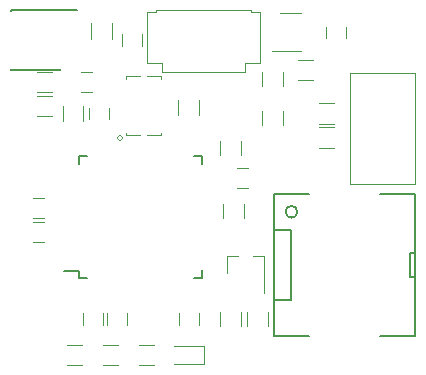
<source format=gbr>
G04 #@! TF.FileFunction,Legend,Bot*
%FSLAX46Y46*%
G04 Gerber Fmt 4.6, Leading zero omitted, Abs format (unit mm)*
G04 Created by KiCad (PCBNEW 4.0.5) date 08/11/17 18:39:36*
%MOMM*%
%LPD*%
G01*
G04 APERTURE LIST*
%ADD10C,0.100000*%
%ADD11C,0.150000*%
%ADD12C,0.120000*%
G04 APERTURE END LIST*
D10*
D11*
X135541000Y-72485000D02*
X135541000Y-71910000D01*
X145891000Y-72485000D02*
X145891000Y-71810000D01*
X145891000Y-62135000D02*
X145891000Y-62810000D01*
X135541000Y-62135000D02*
X135541000Y-62810000D01*
X135541000Y-72485000D02*
X136216000Y-72485000D01*
X135541000Y-62135000D02*
X136216000Y-62135000D01*
X145891000Y-62135000D02*
X145216000Y-62135000D01*
X145891000Y-72485000D02*
X145216000Y-72485000D01*
X135541000Y-71910000D02*
X134266000Y-71910000D01*
D10*
X141300000Y-53499000D02*
X141300000Y-49999000D01*
X141300000Y-49999000D02*
X142050000Y-49999000D01*
X142050000Y-49999000D02*
X142050000Y-49749000D01*
X142050000Y-49749000D02*
X150050000Y-49749000D01*
X150050000Y-49749000D02*
X150050000Y-49999000D01*
X150050000Y-49999000D02*
X150800000Y-49999000D01*
X150800000Y-49999000D02*
X150800000Y-53499000D01*
X150800000Y-53499000D02*
X150800000Y-54249000D01*
X150800000Y-54249000D02*
X149550000Y-54249000D01*
X149550000Y-54249000D02*
X149550000Y-54999000D01*
X149550000Y-54999000D02*
X142550000Y-54999000D01*
X142550000Y-54999000D02*
X142550000Y-54249000D01*
X142550000Y-54249000D02*
X141300000Y-54249000D01*
X141300000Y-54249000D02*
X141300000Y-53499000D01*
D12*
X148026000Y-70614000D02*
X148956000Y-70614000D01*
X151186000Y-70614000D02*
X150256000Y-70614000D01*
X151186000Y-70614000D02*
X151186000Y-73774000D01*
X148026000Y-70614000D02*
X148026000Y-72074000D01*
X152516000Y-50079000D02*
X154316000Y-50079000D01*
X154316000Y-53299000D02*
X151866000Y-53299000D01*
D11*
X133901000Y-49749000D02*
X133901000Y-49799000D01*
X129751000Y-49749000D02*
X129751000Y-49894000D01*
X129751000Y-54899000D02*
X129751000Y-54754000D01*
X133901000Y-54899000D02*
X133901000Y-54754000D01*
X133901000Y-49749000D02*
X129751000Y-49749000D01*
X133901000Y-54899000D02*
X129751000Y-54899000D01*
X133901000Y-49799000D02*
X135301000Y-49799000D01*
D12*
X136539000Y-52237000D02*
X136539000Y-50887000D01*
X138289000Y-52237000D02*
X138289000Y-50887000D01*
D10*
X163916000Y-55117000D02*
X158466000Y-55117000D01*
X158466000Y-55117000D02*
X158466000Y-64517000D01*
X158466000Y-64517000D02*
X163916000Y-64517000D01*
X163916000Y-55117000D02*
X163916000Y-64517000D01*
X139170000Y-60612000D02*
G75*
G03X139170000Y-60612000I-200000J0D01*
G01*
X140670000Y-55412000D02*
X139470000Y-55412000D01*
X139470000Y-55412000D02*
X139470000Y-55612000D01*
X141270000Y-55412000D02*
X142470000Y-55412000D01*
X142470000Y-55412000D02*
X142470000Y-55612000D01*
X141270000Y-60412000D02*
X142470000Y-60412000D01*
X142470000Y-60412000D02*
X142470000Y-60212000D01*
X139470000Y-60212000D02*
X139470000Y-60412000D01*
X139470000Y-60412000D02*
X140670000Y-60412000D01*
D11*
X163988000Y-70374000D02*
X163488000Y-70374000D01*
X163488000Y-70374000D02*
X163488000Y-72374000D01*
X163488000Y-72374000D02*
X163988000Y-72374000D01*
X151988000Y-68374000D02*
X153488000Y-68374000D01*
X153488000Y-68374000D02*
X153488000Y-74374000D01*
X153488000Y-74374000D02*
X151988000Y-74374000D01*
X153988000Y-66874000D02*
G75*
G03X153988000Y-66874000I-500000J0D01*
G01*
X151988000Y-77374000D02*
X154988000Y-77374000D01*
X151988000Y-65374000D02*
X154988000Y-65374000D01*
X163988000Y-65374000D02*
X160988000Y-65374000D01*
X163988000Y-77374000D02*
X160988000Y-77374000D01*
X151988000Y-65374000D02*
X151988000Y-77374000D01*
X163988000Y-77374000D02*
X163988000Y-65374000D01*
D12*
X138010000Y-58047000D02*
X138010000Y-59047000D01*
X136310000Y-59047000D02*
X136310000Y-58047000D01*
X137834000Y-76446000D02*
X137834000Y-75446000D01*
X139534000Y-75446000D02*
X139534000Y-76446000D01*
X143930000Y-76446000D02*
X143930000Y-75446000D01*
X145630000Y-75446000D02*
X145630000Y-76446000D01*
X135802000Y-76446000D02*
X135802000Y-75446000D01*
X137502000Y-75446000D02*
X137502000Y-76446000D01*
X131580000Y-65698000D02*
X132580000Y-65698000D01*
X132580000Y-67398000D02*
X131580000Y-67398000D01*
X149852000Y-64858000D02*
X148852000Y-64858000D01*
X148852000Y-63158000D02*
X149852000Y-63158000D01*
X131580000Y-67730000D02*
X132580000Y-67730000D01*
X132580000Y-69430000D02*
X131580000Y-69430000D01*
X158076000Y-51189000D02*
X158076000Y-52189000D01*
X156376000Y-52189000D02*
X156376000Y-51189000D01*
X135644000Y-55030000D02*
X136644000Y-55030000D01*
X136644000Y-56730000D02*
X135644000Y-56730000D01*
X140804000Y-51824000D02*
X140804000Y-52824000D01*
X139104000Y-52824000D02*
X139104000Y-51824000D01*
X135728000Y-78114000D02*
X134528000Y-78114000D01*
X134528000Y-79874000D02*
X135728000Y-79874000D01*
X138776000Y-78114000D02*
X137576000Y-78114000D01*
X137576000Y-79874000D02*
X138776000Y-79874000D01*
X157064000Y-57667000D02*
X155864000Y-57667000D01*
X155864000Y-59427000D02*
X157064000Y-59427000D01*
X157064000Y-59699000D02*
X155864000Y-59699000D01*
X155864000Y-61459000D02*
X157064000Y-61459000D01*
X151012000Y-55026000D02*
X151012000Y-56226000D01*
X152772000Y-56226000D02*
X152772000Y-55026000D01*
X152772000Y-59528000D02*
X152772000Y-58328000D01*
X151012000Y-58328000D02*
X151012000Y-59528000D01*
X134121000Y-57947000D02*
X134121000Y-59147000D01*
X135881000Y-59147000D02*
X135881000Y-57947000D01*
X154086000Y-55744000D02*
X155286000Y-55744000D01*
X155286000Y-53984000D02*
X154086000Y-53984000D01*
X131988000Y-56760000D02*
X133188000Y-56760000D01*
X133188000Y-55000000D02*
X131988000Y-55000000D01*
X131988000Y-58792000D02*
X133188000Y-58792000D01*
X133188000Y-57032000D02*
X131988000Y-57032000D01*
X145660000Y-58639000D02*
X145660000Y-57439000D01*
X143900000Y-57439000D02*
X143900000Y-58639000D01*
X147456000Y-60868000D02*
X147456000Y-62068000D01*
X149216000Y-62068000D02*
X149216000Y-60868000D01*
X149216000Y-76546000D02*
X149216000Y-75346000D01*
X147456000Y-75346000D02*
X147456000Y-76546000D01*
X151502000Y-76546000D02*
X151502000Y-75346000D01*
X149742000Y-75346000D02*
X149742000Y-76546000D01*
X149470000Y-67402000D02*
X149470000Y-66202000D01*
X147710000Y-66202000D02*
X147710000Y-67402000D01*
X146126000Y-78194000D02*
X146126000Y-79794000D01*
X146126000Y-79794000D02*
X143526000Y-79794000D01*
X146126000Y-78194000D02*
X143526000Y-78194000D01*
X141824000Y-78114000D02*
X140624000Y-78114000D01*
X140624000Y-79874000D02*
X141824000Y-79874000D01*
M02*

</source>
